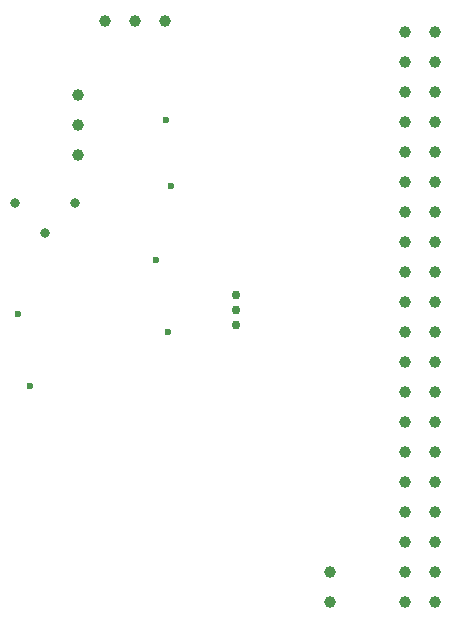
<source format=gbr>
%TF.GenerationSoftware,KiCad,Pcbnew,9.0.2-9.0.2-0~ubuntu24.04.1*%
%TF.CreationDate,2025-05-23T13:54:27-07:00*%
%TF.ProjectId,PMT_FPGA_PCB,504d545f-4650-4474-915f-5043422e6b69,rev?*%
%TF.SameCoordinates,Original*%
%TF.FileFunction,Plated,1,2,PTH,Drill*%
%TF.FilePolarity,Positive*%
%FSLAX46Y46*%
G04 Gerber Fmt 4.6, Leading zero omitted, Abs format (unit mm)*
G04 Created by KiCad (PCBNEW 9.0.2-9.0.2-0~ubuntu24.04.1) date 2025-05-23 13:54:27*
%MOMM*%
%LPD*%
G01*
G04 APERTURE LIST*
%TA.AperFunction,ViaDrill*%
%ADD10C,0.600000*%
%TD*%
%TA.AperFunction,ComponentDrill*%
%ADD11C,0.750000*%
%TD*%
%TA.AperFunction,ComponentDrill*%
%ADD12C,0.800000*%
%TD*%
%TA.AperFunction,ComponentDrill*%
%ADD13C,1.000000*%
%TD*%
G04 APERTURE END LIST*
D10*
X154921500Y-88108000D03*
X155937500Y-94204000D03*
X166624000Y-83566000D03*
X167457259Y-71699259D03*
X167640000Y-89662000D03*
X167826555Y-77283445D03*
D11*
%TO.C,Q1*%
X173349500Y-86533500D03*
X173349500Y-87803500D03*
X173349500Y-89073500D03*
D12*
%TO.C,RV1*%
X154686000Y-78740000D03*
X157226000Y-81280000D03*
X159766000Y-78740000D03*
D13*
%TO.C,J4*%
X159946000Y-69596000D03*
X159946000Y-72136000D03*
X159946000Y-74676000D03*
%TO.C,J11*%
X162306000Y-63313000D03*
X164846000Y-63313000D03*
X167386000Y-63313000D03*
%TO.C,J13*%
X181356000Y-109987000D03*
X181356000Y-112527000D03*
%TO.C,J1*%
X187692000Y-64262000D03*
X187692000Y-66802000D03*
X187692000Y-69342000D03*
X187692000Y-71882000D03*
X187692000Y-74422000D03*
X187692000Y-76962000D03*
X187692000Y-79502000D03*
X187692000Y-82042000D03*
X187692000Y-84582000D03*
X187692000Y-87122000D03*
X187692000Y-89662000D03*
X187692000Y-92202000D03*
X187692000Y-94742000D03*
X187692000Y-97282000D03*
X187692000Y-99822000D03*
X187692000Y-102362000D03*
X187692000Y-104902000D03*
X187692000Y-107442000D03*
X187692000Y-109982000D03*
X187692000Y-112522000D03*
X190232000Y-64262000D03*
X190232000Y-66802000D03*
X190232000Y-69342000D03*
X190232000Y-71882000D03*
X190232000Y-74422000D03*
X190232000Y-76962000D03*
X190232000Y-79502000D03*
X190232000Y-82042000D03*
X190232000Y-84582000D03*
X190232000Y-87122000D03*
X190232000Y-89662000D03*
X190232000Y-92202000D03*
X190232000Y-94742000D03*
X190232000Y-97282000D03*
X190232000Y-99822000D03*
X190232000Y-102362000D03*
X190232000Y-104902000D03*
X190232000Y-107442000D03*
X190232000Y-109982000D03*
X190232000Y-112522000D03*
M02*

</source>
